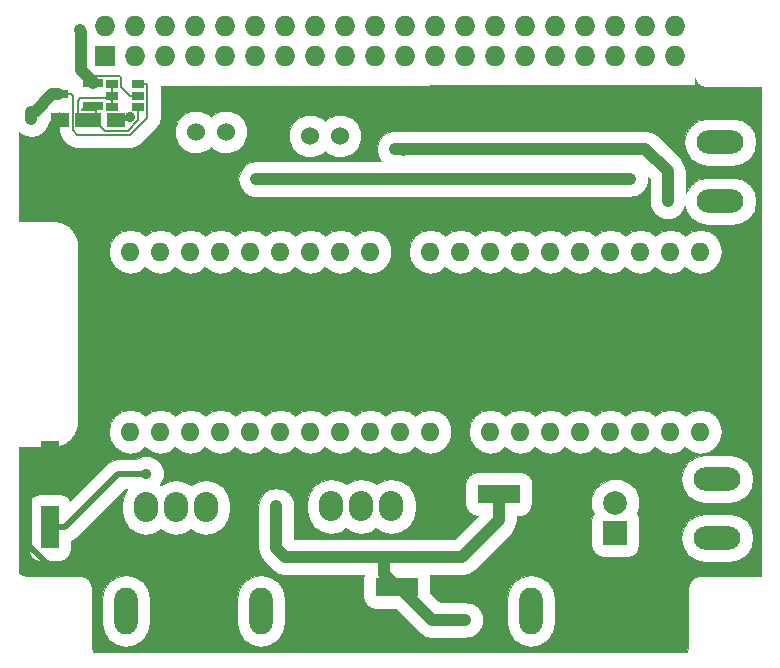
<source format=gbr>
G04 #@! TF.FileFunction,Copper,L1,Top,Signal*
%FSLAX46Y46*%
G04 Gerber Fmt 4.6, Leading zero omitted, Abs format (unit mm)*
G04 Created by KiCad (PCBNEW 4.0.2-stable) date Sat 04 Jun 2016 09:29:27 PM CEST*
%MOMM*%
G01*
G04 APERTURE LIST*
%ADD10C,0.100000*%
%ADD11R,1.600200X3.599180*%
%ADD12R,3.599180X1.600200*%
%ADD13R,2.000000X2.000000*%
%ADD14C,2.000000*%
%ADD15R,1.727200X1.727200*%
%ADD16O,1.727200X1.727200*%
%ADD17R,1.800860X0.800100*%
%ADD18R,1.500000X1.300000*%
%ADD19O,2.032000X2.540000*%
%ADD20O,1.600000X1.600000*%
%ADD21R,1.060000X0.650000*%
%ADD22C,1.524000*%
%ADD23O,1.981200X3.962400*%
%ADD24O,3.962400X1.981200*%
%ADD25C,0.889000*%
%ADD26C,0.200000*%
%ADD27C,1.000000*%
%ADD28C,0.500000*%
%ADD29C,0.800000*%
%ADD30C,0.050000*%
G04 APERTURE END LIST*
D10*
D11*
X108600000Y-115950820D03*
X108600000Y-110449180D03*
D12*
X137991180Y-121004000D03*
X143492820Y-121004000D03*
X146627180Y-113130000D03*
X152128820Y-113130000D03*
D13*
X156490000Y-116432000D03*
D14*
X156490000Y-113892000D03*
D15*
X113260000Y-76060000D03*
D16*
X113260000Y-73520000D03*
X115800000Y-76060000D03*
X115800000Y-73520000D03*
X118340000Y-76060000D03*
X118340000Y-73520000D03*
X120880000Y-76060000D03*
X120880000Y-73520000D03*
X123420000Y-76060000D03*
X123420000Y-73520000D03*
X125960000Y-76060000D03*
X125960000Y-73520000D03*
X128500000Y-76060000D03*
X128500000Y-73520000D03*
X131040000Y-76060000D03*
X131040000Y-73520000D03*
X133580000Y-76060000D03*
X133580000Y-73520000D03*
X136120000Y-76060000D03*
X136120000Y-73520000D03*
X138660000Y-76060000D03*
X138660000Y-73520000D03*
X141200000Y-76060000D03*
X141200000Y-73520000D03*
X143740000Y-76060000D03*
X143740000Y-73520000D03*
X146280000Y-76060000D03*
X146280000Y-73520000D03*
X148820000Y-76060000D03*
X148820000Y-73520000D03*
X151360000Y-76060000D03*
X151360000Y-73520000D03*
X153900000Y-76060000D03*
X153900000Y-73520000D03*
X156440000Y-76060000D03*
X156440000Y-73520000D03*
X158980000Y-76060000D03*
X158980000Y-73520000D03*
X161520000Y-76060000D03*
X161520000Y-73520000D03*
D17*
X112301140Y-80250000D03*
X112301140Y-78350000D03*
X109298860Y-79300000D03*
D18*
X111550000Y-81500000D03*
X114250000Y-81500000D03*
X112150000Y-81500000D03*
X109450000Y-81500000D03*
D19*
X119300000Y-114270000D03*
X116760000Y-114270000D03*
X121840000Y-114270000D03*
D20*
X115430000Y-107850000D03*
X117970000Y-107850000D03*
X120510000Y-107850000D03*
X123050000Y-107850000D03*
X125590000Y-107850000D03*
X128130000Y-107850000D03*
X130670000Y-107850000D03*
X133210000Y-107850000D03*
X135750000Y-107850000D03*
X138290000Y-107850000D03*
X140830000Y-107850000D03*
X143370000Y-107850000D03*
X145910000Y-107850000D03*
X148450000Y-107850000D03*
X150990000Y-107850000D03*
X153530000Y-107850000D03*
X156070000Y-107850000D03*
X158610000Y-107850000D03*
X161150000Y-107850000D03*
X163690000Y-107850000D03*
X163690000Y-92610000D03*
X161150000Y-92610000D03*
X158610000Y-92610000D03*
X156070000Y-92610000D03*
X153530000Y-92610000D03*
X150990000Y-92610000D03*
X148450000Y-92610000D03*
X145910000Y-92610000D03*
X143370000Y-92610000D03*
X140830000Y-92610000D03*
X138290000Y-92610000D03*
X135750000Y-92610000D03*
X133210000Y-92610000D03*
X130670000Y-92610000D03*
X128130000Y-92610000D03*
X125590000Y-92610000D03*
X123050000Y-92610000D03*
X120510000Y-92610000D03*
X117970000Y-92610000D03*
X115430000Y-92610000D03*
D19*
X135000000Y-114180000D03*
X132460000Y-114180000D03*
X137540000Y-114180000D03*
D21*
X113900000Y-78450000D03*
X113900000Y-79400000D03*
X113900000Y-80350000D03*
X116100000Y-80350000D03*
X116100000Y-78450000D03*
X116100000Y-79400000D03*
D22*
X130660000Y-82800000D03*
X128120000Y-82800000D03*
X133200000Y-82800000D03*
X120960000Y-82500000D03*
X118420000Y-82500000D03*
X123500000Y-82500000D03*
D23*
X149378000Y-123036000D03*
X154378000Y-123036000D03*
X126518000Y-123036000D03*
X131518000Y-123036000D03*
X115088000Y-123036000D03*
X120088000Y-123036000D03*
D24*
X165126000Y-111860000D03*
X165126000Y-116860000D03*
X165380000Y-88365000D03*
X165380000Y-83365000D03*
D25*
X115376902Y-81240914D03*
X108600000Y-110449180D03*
X111140000Y-73870000D03*
X116780000Y-111400000D03*
X143790000Y-123798000D03*
X127788000Y-114146000D03*
X107060000Y-81400000D03*
X160935000Y-88365000D03*
X137900000Y-83900000D03*
X126100000Y-86500000D03*
X157760000Y-86460000D03*
D26*
X114250000Y-81500000D02*
X115117816Y-81500000D01*
X115117816Y-81500000D02*
X115376902Y-81240914D01*
D27*
X152128820Y-113130000D02*
X153258820Y-113130000D01*
D28*
X108679488Y-119350000D02*
X118260000Y-119350000D01*
X118260000Y-119350000D02*
X118360000Y-119250000D01*
X106830000Y-110919080D02*
X106830000Y-117500512D01*
X106830000Y-117500512D02*
X108679488Y-119350000D01*
X108600000Y-110449180D02*
X107299900Y-110449180D01*
X107299900Y-110449180D02*
X106830000Y-110919080D01*
D29*
X108600000Y-111448670D02*
X108600000Y-110449180D01*
D27*
X112301140Y-78281140D02*
X111790000Y-77770000D01*
X111790000Y-77770000D02*
X111270000Y-77250000D01*
D26*
X116100000Y-79400000D02*
X115370000Y-79400000D01*
X115370000Y-79400000D02*
X114680001Y-78710001D01*
X114680001Y-78710001D02*
X114680001Y-77924999D01*
X114680001Y-77924999D02*
X114525002Y-77770000D01*
X114525002Y-77770000D02*
X111790000Y-77770000D01*
D27*
X111270000Y-77250000D02*
X111270000Y-74000000D01*
X111270000Y-74000000D02*
X111140000Y-73870000D01*
X112301140Y-78350000D02*
X112301140Y-78281140D01*
D28*
X114410920Y-111440000D02*
X116740000Y-111440000D01*
X116740000Y-111440000D02*
X116780000Y-111400000D01*
X108600000Y-115950820D02*
X109900100Y-115950820D01*
X109900100Y-115950820D02*
X114410920Y-111440000D01*
D27*
X108600000Y-115950820D02*
X108600000Y-116950310D01*
X137991180Y-121004000D02*
X138202000Y-121004000D01*
X138202000Y-121004000D02*
X140996000Y-123798000D01*
X140996000Y-123798000D02*
X143790000Y-123798000D01*
X136932000Y-118464000D02*
X136932000Y-119944820D01*
X136932000Y-119944820D02*
X137991180Y-121004000D01*
X146627180Y-115372820D02*
X146627180Y-113130000D01*
X143536000Y-118464000D02*
X146627180Y-115372820D01*
X128550000Y-118464000D02*
X136932000Y-118464000D01*
X136932000Y-118464000D02*
X143536000Y-118464000D01*
X127788000Y-117702000D02*
X128550000Y-118464000D01*
X127788000Y-114146000D02*
X127788000Y-117702000D01*
D26*
X109298860Y-79300000D02*
X110399290Y-79300000D01*
X110399290Y-79300000D02*
X110549999Y-79450709D01*
X110549999Y-82350001D02*
X110950009Y-82750011D01*
X110549999Y-79450709D02*
X110549999Y-82350001D01*
X110950009Y-82750011D02*
X115404977Y-82750011D01*
X116830000Y-78450000D02*
X116100000Y-78450000D01*
X115404977Y-82750011D02*
X116880001Y-81274987D01*
X116880001Y-81274987D02*
X116880001Y-78500001D01*
X116880001Y-78500001D02*
X116830000Y-78450000D01*
D27*
X107060000Y-80771383D02*
X107327097Y-80771383D01*
X107327097Y-80771383D02*
X108798480Y-79300000D01*
X108798480Y-79300000D02*
X109298860Y-79300000D01*
X107060000Y-81400000D02*
X107060000Y-80771383D01*
X146488820Y-113268360D02*
X146627180Y-113130000D01*
D26*
X116100000Y-80350000D02*
X116100000Y-81500002D01*
X115200001Y-82400001D02*
X113299999Y-82400001D01*
X116100000Y-81500002D02*
X115200001Y-82400001D01*
X113299999Y-82400001D02*
X112550001Y-81650003D01*
X112550001Y-81650003D02*
X112550001Y-80649999D01*
X112550001Y-80649999D02*
X112500001Y-80599999D01*
X112500001Y-80599999D02*
X111320001Y-80599999D01*
X111320001Y-80599999D02*
X111670000Y-80250000D01*
X111670000Y-80250000D02*
X112301140Y-80250000D01*
X113900000Y-80350000D02*
X113900000Y-79825000D01*
X113900000Y-79825000D02*
X113674949Y-79599949D01*
X113674949Y-79599949D02*
X111200709Y-79599949D01*
X111200709Y-79599949D02*
X110969991Y-79830667D01*
X110969991Y-79830667D02*
X110969991Y-80919991D01*
X110969991Y-80919991D02*
X111149999Y-81099999D01*
X111149999Y-81099999D02*
X111149999Y-81500000D01*
X113900000Y-79400000D02*
X113900000Y-80350000D01*
X113900000Y-78450000D02*
X113900000Y-79400000D01*
D27*
X156490000Y-83920000D02*
X159030000Y-83920000D01*
X138500000Y-83920000D02*
X156490000Y-83920000D01*
X160935000Y-85825000D02*
X160935000Y-88365000D01*
X159030000Y-83920000D02*
X160935000Y-85825000D01*
X138500000Y-84000000D02*
X138500000Y-83920000D01*
X138420000Y-83920000D02*
X138500000Y-84000000D01*
X137920000Y-83920000D02*
X138420000Y-83920000D01*
X137900000Y-83900000D02*
X137920000Y-83920000D01*
X138500000Y-83920000D02*
X137800000Y-83920000D01*
X126100000Y-86500000D02*
X126140000Y-86460000D01*
X126140000Y-86460000D02*
X129100000Y-86460000D01*
X129100000Y-86460000D02*
X157760000Y-86460000D01*
D30*
G36*
X163221600Y-78007560D02*
X163225333Y-78016572D01*
X163442106Y-78340996D01*
X163449004Y-78347894D01*
X163773428Y-78564667D01*
X163782440Y-78568400D01*
X164165123Y-78644520D01*
X164170000Y-78645000D01*
X168667536Y-78645000D01*
X168845000Y-78680300D01*
X168845000Y-120059700D01*
X168667536Y-120095000D01*
X163670000Y-120095000D01*
X163665123Y-120095480D01*
X163282440Y-120171600D01*
X163273428Y-120175333D01*
X162949004Y-120392106D01*
X162942106Y-120399004D01*
X162725333Y-120723428D01*
X162721600Y-120732440D01*
X162645480Y-121115123D01*
X162645000Y-121120000D01*
X162645000Y-126117536D01*
X162570330Y-126492929D01*
X162568946Y-126495000D01*
X112271054Y-126495000D01*
X112269670Y-126492929D01*
X112195000Y-126117536D01*
X112195000Y-121986505D01*
X113072400Y-121986505D01*
X113072400Y-124085495D01*
X113225828Y-124856832D01*
X113662756Y-125510739D01*
X114316663Y-125947667D01*
X115088000Y-126101095D01*
X115859337Y-125947667D01*
X116513244Y-125510739D01*
X116950172Y-124856832D01*
X117103600Y-124085495D01*
X117103600Y-121986505D01*
X124502400Y-121986505D01*
X124502400Y-124085495D01*
X124655828Y-124856832D01*
X125092756Y-125510739D01*
X125746663Y-125947667D01*
X126518000Y-126101095D01*
X127289337Y-125947667D01*
X127943244Y-125510739D01*
X128380172Y-124856832D01*
X128533600Y-124085495D01*
X128533600Y-121986505D01*
X128380172Y-121215168D01*
X127943244Y-120561261D01*
X127289337Y-120124333D01*
X126518000Y-119970905D01*
X125746663Y-120124333D01*
X125092756Y-120561261D01*
X124655828Y-121215168D01*
X124502400Y-121986505D01*
X117103600Y-121986505D01*
X116950172Y-121215168D01*
X116513244Y-120561261D01*
X115859337Y-120124333D01*
X115088000Y-119970905D01*
X114316663Y-120124333D01*
X113662756Y-120561261D01*
X113225828Y-121215168D01*
X113072400Y-121986505D01*
X112195000Y-121986505D01*
X112195000Y-121120000D01*
X112194520Y-121115123D01*
X112118400Y-120732440D01*
X112114667Y-120723428D01*
X111897894Y-120399004D01*
X111890996Y-120392106D01*
X111566572Y-120175333D01*
X111557560Y-120171600D01*
X111174877Y-120095480D01*
X111170000Y-120095000D01*
X106672464Y-120095000D01*
X106297071Y-120020330D01*
X105995000Y-119818493D01*
X105995000Y-114151230D01*
X106754820Y-114151230D01*
X106754820Y-117750410D01*
X106826292Y-118130252D01*
X107050779Y-118479114D01*
X107393305Y-118713152D01*
X107799900Y-118795490D01*
X109400100Y-118795490D01*
X109779942Y-118724018D01*
X110128804Y-118499531D01*
X110362842Y-118157005D01*
X110445180Y-117750410D01*
X110445180Y-117090574D01*
X110801661Y-116852381D01*
X114939042Y-112715000D01*
X115191734Y-112715000D01*
X114874362Y-113189981D01*
X114719000Y-113971038D01*
X114719000Y-114568962D01*
X114874362Y-115350019D01*
X115316795Y-116012167D01*
X115978943Y-116454600D01*
X116760000Y-116609962D01*
X117541057Y-116454600D01*
X118030000Y-116127899D01*
X118518943Y-116454600D01*
X119300000Y-116609962D01*
X120081057Y-116454600D01*
X120570000Y-116127899D01*
X121058943Y-116454600D01*
X121840000Y-116609962D01*
X122621057Y-116454600D01*
X123283205Y-116012167D01*
X123725638Y-115350019D01*
X123881000Y-114568962D01*
X123881000Y-114146000D01*
X126263000Y-114146000D01*
X126263000Y-117702000D01*
X126379084Y-118285592D01*
X126709662Y-118780338D01*
X127471662Y-119542338D01*
X127966408Y-119872916D01*
X128550000Y-119989000D01*
X135190029Y-119989000D01*
X135146510Y-120203900D01*
X135146510Y-121804100D01*
X135217982Y-122183942D01*
X135442469Y-122532804D01*
X135784995Y-122766842D01*
X136191590Y-122849180D01*
X137890504Y-122849180D01*
X139917662Y-124876338D01*
X140412408Y-125206916D01*
X140996000Y-125323000D01*
X143790000Y-125323000D01*
X144067798Y-125267742D01*
X144081019Y-125267754D01*
X144093346Y-125262661D01*
X144373592Y-125206916D01*
X144609096Y-125049558D01*
X144621317Y-125044508D01*
X144630758Y-125035084D01*
X144868338Y-124876338D01*
X145025696Y-124640835D01*
X145035055Y-124631492D01*
X145040171Y-124619171D01*
X145198916Y-124381592D01*
X145254173Y-124103796D01*
X145259244Y-124091584D01*
X145259256Y-124078245D01*
X145315000Y-123798000D01*
X145259742Y-123520202D01*
X145259754Y-123506981D01*
X145254661Y-123494654D01*
X145198916Y-123214408D01*
X145041558Y-122978904D01*
X145036508Y-122966683D01*
X145027084Y-122957242D01*
X144868338Y-122719662D01*
X144632835Y-122562304D01*
X144623492Y-122552945D01*
X144611171Y-122547829D01*
X144373592Y-122389084D01*
X144095796Y-122333827D01*
X144083584Y-122328756D01*
X144070245Y-122328744D01*
X143790000Y-122273000D01*
X141627676Y-122273000D01*
X141341181Y-121986505D01*
X147362400Y-121986505D01*
X147362400Y-124085495D01*
X147515828Y-124856832D01*
X147952756Y-125510739D01*
X148606663Y-125947667D01*
X149378000Y-126101095D01*
X150149337Y-125947667D01*
X150803244Y-125510739D01*
X151240172Y-124856832D01*
X151393600Y-124085495D01*
X151393600Y-121986505D01*
X151240172Y-121215168D01*
X150803244Y-120561261D01*
X150149337Y-120124333D01*
X149378000Y-119970905D01*
X148606663Y-120124333D01*
X147952756Y-120561261D01*
X147515828Y-121215168D01*
X147362400Y-121986505D01*
X141341181Y-121986505D01*
X140835850Y-121481174D01*
X140835850Y-120203900D01*
X140795414Y-119989000D01*
X143536000Y-119989000D01*
X144119592Y-119872916D01*
X144614338Y-119542338D01*
X147705518Y-116451158D01*
X148036096Y-115956412D01*
X148140408Y-115432000D01*
X154444920Y-115432000D01*
X154444920Y-117432000D01*
X154516392Y-117811842D01*
X154740879Y-118160704D01*
X155083405Y-118394742D01*
X155490000Y-118477080D01*
X157490000Y-118477080D01*
X157869842Y-118405608D01*
X158218704Y-118181121D01*
X158452742Y-117838595D01*
X158535080Y-117432000D01*
X158535080Y-116860000D01*
X162060905Y-116860000D01*
X162214333Y-117631337D01*
X162651261Y-118285244D01*
X163305168Y-118722172D01*
X164076505Y-118875600D01*
X166175495Y-118875600D01*
X166946832Y-118722172D01*
X167600739Y-118285244D01*
X168037667Y-117631337D01*
X168191095Y-116860000D01*
X168037667Y-116088663D01*
X167600739Y-115434756D01*
X166946832Y-114997828D01*
X166175495Y-114844400D01*
X164076505Y-114844400D01*
X163305168Y-114997828D01*
X162651261Y-115434756D01*
X162214333Y-116088663D01*
X162060905Y-116860000D01*
X158535080Y-116860000D01*
X158535080Y-115432000D01*
X158463608Y-115052158D01*
X158303934Y-114804018D01*
X158514648Y-114296565D01*
X158515351Y-113490970D01*
X158207712Y-112746428D01*
X157638568Y-112176290D01*
X156894565Y-111867352D01*
X156088970Y-111866649D01*
X155344428Y-112174288D01*
X154774290Y-112743432D01*
X154465352Y-113487435D01*
X154464649Y-114293030D01*
X154676818Y-114806517D01*
X154527258Y-115025405D01*
X154444920Y-115432000D01*
X148140408Y-115432000D01*
X148152180Y-115372820D01*
X148152180Y-114975180D01*
X148426770Y-114975180D01*
X148806612Y-114903708D01*
X149155474Y-114679221D01*
X149389512Y-114336695D01*
X149471850Y-113930100D01*
X149471850Y-112329900D01*
X149400378Y-111950058D01*
X149342428Y-111860000D01*
X162060905Y-111860000D01*
X162214333Y-112631337D01*
X162651261Y-113285244D01*
X163305168Y-113722172D01*
X164076505Y-113875600D01*
X166175495Y-113875600D01*
X166946832Y-113722172D01*
X167600739Y-113285244D01*
X168037667Y-112631337D01*
X168191095Y-111860000D01*
X168037667Y-111088663D01*
X167600739Y-110434756D01*
X166946832Y-109997828D01*
X166175495Y-109844400D01*
X164076505Y-109844400D01*
X163305168Y-109997828D01*
X162651261Y-110434756D01*
X162214333Y-111088663D01*
X162060905Y-111860000D01*
X149342428Y-111860000D01*
X149175891Y-111601196D01*
X148833365Y-111367158D01*
X148426770Y-111284820D01*
X144827590Y-111284820D01*
X144447748Y-111356292D01*
X144098886Y-111580779D01*
X143864848Y-111923305D01*
X143782510Y-112329900D01*
X143782510Y-113930100D01*
X143853982Y-114309942D01*
X144078469Y-114658804D01*
X144420995Y-114892842D01*
X144827590Y-114975180D01*
X144868144Y-114975180D01*
X142904324Y-116939000D01*
X129313000Y-116939000D01*
X129313000Y-114146000D01*
X129260296Y-113881038D01*
X130419000Y-113881038D01*
X130419000Y-114478962D01*
X130574362Y-115260019D01*
X131016795Y-115922167D01*
X131678943Y-116364600D01*
X132460000Y-116519962D01*
X133241057Y-116364600D01*
X133730000Y-116037899D01*
X134218943Y-116364600D01*
X135000000Y-116519962D01*
X135781057Y-116364600D01*
X136270000Y-116037899D01*
X136758943Y-116364600D01*
X137540000Y-116519962D01*
X138321057Y-116364600D01*
X138983205Y-115922167D01*
X139425638Y-115260019D01*
X139581000Y-114478962D01*
X139581000Y-113881038D01*
X139425638Y-113099981D01*
X138983205Y-112437833D01*
X138321057Y-111995400D01*
X137540000Y-111840038D01*
X136758943Y-111995400D01*
X136270000Y-112322101D01*
X135781057Y-111995400D01*
X135000000Y-111840038D01*
X134218943Y-111995400D01*
X133730000Y-112322101D01*
X133241057Y-111995400D01*
X132460000Y-111840038D01*
X131678943Y-111995400D01*
X131016795Y-112437833D01*
X130574362Y-113099981D01*
X130419000Y-113881038D01*
X129260296Y-113881038D01*
X129257742Y-113868202D01*
X129257754Y-113854981D01*
X129252661Y-113842654D01*
X129196916Y-113562408D01*
X129039558Y-113326904D01*
X129034508Y-113314683D01*
X129025084Y-113305242D01*
X128866338Y-113067662D01*
X128630835Y-112910304D01*
X128621492Y-112900945D01*
X128609171Y-112895829D01*
X128371592Y-112737084D01*
X128093796Y-112681827D01*
X128081584Y-112676756D01*
X128068245Y-112676744D01*
X127788000Y-112621000D01*
X127510202Y-112676258D01*
X127496981Y-112676246D01*
X127484654Y-112681339D01*
X127204408Y-112737084D01*
X126968904Y-112894442D01*
X126956683Y-112899492D01*
X126947242Y-112908916D01*
X126709662Y-113067662D01*
X126552304Y-113303165D01*
X126542945Y-113312508D01*
X126537829Y-113324829D01*
X126379084Y-113562408D01*
X126323827Y-113840204D01*
X126318756Y-113852416D01*
X126318744Y-113865755D01*
X126263000Y-114146000D01*
X123881000Y-114146000D01*
X123881000Y-113971038D01*
X123725638Y-113189981D01*
X123283205Y-112527833D01*
X122621057Y-112085400D01*
X121840000Y-111930038D01*
X121058943Y-112085400D01*
X120570000Y-112412101D01*
X120081057Y-112085400D01*
X119300000Y-111930038D01*
X118518943Y-112085400D01*
X118030000Y-112412101D01*
X117919857Y-112338506D01*
X118025055Y-112233492D01*
X118249244Y-111693584D01*
X118249754Y-111108981D01*
X118026508Y-110568683D01*
X117613492Y-110154945D01*
X117073584Y-109930756D01*
X116488981Y-109930246D01*
X115948683Y-110153492D01*
X115937155Y-110165000D01*
X114410920Y-110165000D01*
X113922999Y-110262054D01*
X113509359Y-110538439D01*
X110335612Y-113712186D01*
X110149221Y-113422526D01*
X109806695Y-113188488D01*
X109400100Y-113106150D01*
X107799900Y-113106150D01*
X107420058Y-113177622D01*
X107071196Y-113402109D01*
X106837158Y-113744635D01*
X106754820Y-114151230D01*
X105995000Y-114151230D01*
X105995000Y-109175876D01*
X106000123Y-109150123D01*
X106025876Y-109145000D01*
X108920000Y-109145000D01*
X109023844Y-109124344D01*
X109129721Y-109124344D01*
X109512404Y-109048224D01*
X109899921Y-108887710D01*
X110224342Y-108670938D01*
X110224345Y-108670937D01*
X110520937Y-108374345D01*
X110737710Y-108049921D01*
X110835329Y-107814246D01*
X113605000Y-107814246D01*
X113605000Y-107885754D01*
X113743920Y-108584151D01*
X114139530Y-109176224D01*
X114731603Y-109571834D01*
X115430000Y-109710754D01*
X116128397Y-109571834D01*
X116700000Y-109189902D01*
X117271603Y-109571834D01*
X117970000Y-109710754D01*
X118668397Y-109571834D01*
X119240000Y-109189902D01*
X119811603Y-109571834D01*
X120510000Y-109710754D01*
X121208397Y-109571834D01*
X121780000Y-109189902D01*
X122351603Y-109571834D01*
X123050000Y-109710754D01*
X123748397Y-109571834D01*
X124320000Y-109189902D01*
X124891603Y-109571834D01*
X125590000Y-109710754D01*
X126288397Y-109571834D01*
X126860000Y-109189902D01*
X127431603Y-109571834D01*
X128130000Y-109710754D01*
X128828397Y-109571834D01*
X129400000Y-109189902D01*
X129971603Y-109571834D01*
X130670000Y-109710754D01*
X131368397Y-109571834D01*
X131940000Y-109189902D01*
X132511603Y-109571834D01*
X133210000Y-109710754D01*
X133908397Y-109571834D01*
X134480000Y-109189902D01*
X135051603Y-109571834D01*
X135750000Y-109710754D01*
X136448397Y-109571834D01*
X137020000Y-109189902D01*
X137591603Y-109571834D01*
X138290000Y-109710754D01*
X138988397Y-109571834D01*
X139560000Y-109189902D01*
X140131603Y-109571834D01*
X140830000Y-109710754D01*
X141528397Y-109571834D01*
X142120470Y-109176224D01*
X142516080Y-108584151D01*
X142655000Y-107885754D01*
X142655000Y-107814246D01*
X144085000Y-107814246D01*
X144085000Y-107885754D01*
X144223920Y-108584151D01*
X144619530Y-109176224D01*
X145211603Y-109571834D01*
X145910000Y-109710754D01*
X146608397Y-109571834D01*
X147180000Y-109189902D01*
X147751603Y-109571834D01*
X148450000Y-109710754D01*
X149148397Y-109571834D01*
X149720000Y-109189902D01*
X150291603Y-109571834D01*
X150990000Y-109710754D01*
X151688397Y-109571834D01*
X152260000Y-109189902D01*
X152831603Y-109571834D01*
X153530000Y-109710754D01*
X154228397Y-109571834D01*
X154800000Y-109189902D01*
X155371603Y-109571834D01*
X156070000Y-109710754D01*
X156768397Y-109571834D01*
X157340000Y-109189902D01*
X157911603Y-109571834D01*
X158610000Y-109710754D01*
X159308397Y-109571834D01*
X159880000Y-109189902D01*
X160451603Y-109571834D01*
X161150000Y-109710754D01*
X161848397Y-109571834D01*
X162420000Y-109189902D01*
X162991603Y-109571834D01*
X163690000Y-109710754D01*
X164388397Y-109571834D01*
X164980470Y-109176224D01*
X165376080Y-108584151D01*
X165515000Y-107885754D01*
X165515000Y-107814246D01*
X165376080Y-107115849D01*
X164980470Y-106523776D01*
X164388397Y-106128166D01*
X163690000Y-105989246D01*
X162991603Y-106128166D01*
X162420000Y-106510098D01*
X161848397Y-106128166D01*
X161150000Y-105989246D01*
X160451603Y-106128166D01*
X159880000Y-106510098D01*
X159308397Y-106128166D01*
X158610000Y-105989246D01*
X157911603Y-106128166D01*
X157340000Y-106510098D01*
X156768397Y-106128166D01*
X156070000Y-105989246D01*
X155371603Y-106128166D01*
X154800000Y-106510098D01*
X154228397Y-106128166D01*
X153530000Y-105989246D01*
X152831603Y-106128166D01*
X152260000Y-106510098D01*
X151688397Y-106128166D01*
X150990000Y-105989246D01*
X150291603Y-106128166D01*
X149720000Y-106510098D01*
X149148397Y-106128166D01*
X148450000Y-105989246D01*
X147751603Y-106128166D01*
X147180000Y-106510098D01*
X146608397Y-106128166D01*
X145910000Y-105989246D01*
X145211603Y-106128166D01*
X144619530Y-106523776D01*
X144223920Y-107115849D01*
X144085000Y-107814246D01*
X142655000Y-107814246D01*
X142516080Y-107115849D01*
X142120470Y-106523776D01*
X141528397Y-106128166D01*
X140830000Y-105989246D01*
X140131603Y-106128166D01*
X139560000Y-106510098D01*
X138988397Y-106128166D01*
X138290000Y-105989246D01*
X137591603Y-106128166D01*
X137020000Y-106510098D01*
X136448397Y-106128166D01*
X135750000Y-105989246D01*
X135051603Y-106128166D01*
X134480000Y-106510098D01*
X133908397Y-106128166D01*
X133210000Y-105989246D01*
X132511603Y-106128166D01*
X131940000Y-106510098D01*
X131368397Y-106128166D01*
X130670000Y-105989246D01*
X129971603Y-106128166D01*
X129400000Y-106510098D01*
X128828397Y-106128166D01*
X128130000Y-105989246D01*
X127431603Y-106128166D01*
X126860000Y-106510098D01*
X126288397Y-106128166D01*
X125590000Y-105989246D01*
X124891603Y-106128166D01*
X124320000Y-106510098D01*
X123748397Y-106128166D01*
X123050000Y-105989246D01*
X122351603Y-106128166D01*
X121780000Y-106510098D01*
X121208397Y-106128166D01*
X120510000Y-105989246D01*
X119811603Y-106128166D01*
X119240000Y-106510098D01*
X118668397Y-106128166D01*
X117970000Y-105989246D01*
X117271603Y-106128166D01*
X116700000Y-106510098D01*
X116128397Y-106128166D01*
X115430000Y-105989246D01*
X114731603Y-106128166D01*
X114139530Y-106523776D01*
X113743920Y-107115849D01*
X113605000Y-107814246D01*
X110835329Y-107814246D01*
X110898224Y-107662404D01*
X110974344Y-107279721D01*
X110974344Y-107173844D01*
X110995000Y-107070000D01*
X110995000Y-92574246D01*
X113605000Y-92574246D01*
X113605000Y-92645754D01*
X113743920Y-93344151D01*
X114139530Y-93936224D01*
X114731603Y-94331834D01*
X115430000Y-94470754D01*
X116128397Y-94331834D01*
X116700000Y-93949902D01*
X117271603Y-94331834D01*
X117970000Y-94470754D01*
X118668397Y-94331834D01*
X119240000Y-93949902D01*
X119811603Y-94331834D01*
X120510000Y-94470754D01*
X121208397Y-94331834D01*
X121780000Y-93949902D01*
X122351603Y-94331834D01*
X123050000Y-94470754D01*
X123748397Y-94331834D01*
X124320000Y-93949902D01*
X124891603Y-94331834D01*
X125590000Y-94470754D01*
X126288397Y-94331834D01*
X126860000Y-93949902D01*
X127431603Y-94331834D01*
X128130000Y-94470754D01*
X128828397Y-94331834D01*
X129400000Y-93949902D01*
X129971603Y-94331834D01*
X130670000Y-94470754D01*
X131368397Y-94331834D01*
X131940000Y-93949902D01*
X132511603Y-94331834D01*
X133210000Y-94470754D01*
X133908397Y-94331834D01*
X134480000Y-93949902D01*
X135051603Y-94331834D01*
X135750000Y-94470754D01*
X136448397Y-94331834D01*
X137040470Y-93936224D01*
X137436080Y-93344151D01*
X137575000Y-92645754D01*
X137575000Y-92574246D01*
X139005000Y-92574246D01*
X139005000Y-92645754D01*
X139143920Y-93344151D01*
X139539530Y-93936224D01*
X140131603Y-94331834D01*
X140830000Y-94470754D01*
X141528397Y-94331834D01*
X142100000Y-93949902D01*
X142671603Y-94331834D01*
X143370000Y-94470754D01*
X144068397Y-94331834D01*
X144640000Y-93949902D01*
X145211603Y-94331834D01*
X145910000Y-94470754D01*
X146608397Y-94331834D01*
X147180000Y-93949902D01*
X147751603Y-94331834D01*
X148450000Y-94470754D01*
X149148397Y-94331834D01*
X149720000Y-93949902D01*
X150291603Y-94331834D01*
X150990000Y-94470754D01*
X151688397Y-94331834D01*
X152260000Y-93949902D01*
X152831603Y-94331834D01*
X153530000Y-94470754D01*
X154228397Y-94331834D01*
X154800000Y-93949902D01*
X155371603Y-94331834D01*
X156070000Y-94470754D01*
X156768397Y-94331834D01*
X157340000Y-93949902D01*
X157911603Y-94331834D01*
X158610000Y-94470754D01*
X159308397Y-94331834D01*
X159880000Y-93949902D01*
X160451603Y-94331834D01*
X161150000Y-94470754D01*
X161848397Y-94331834D01*
X162420000Y-93949902D01*
X162991603Y-94331834D01*
X163690000Y-94470754D01*
X164388397Y-94331834D01*
X164980470Y-93936224D01*
X165376080Y-93344151D01*
X165515000Y-92645754D01*
X165515000Y-92574246D01*
X165376080Y-91875849D01*
X164980470Y-91283776D01*
X164388397Y-90888166D01*
X163690000Y-90749246D01*
X162991603Y-90888166D01*
X162420000Y-91270098D01*
X161848397Y-90888166D01*
X161150000Y-90749246D01*
X160451603Y-90888166D01*
X159880000Y-91270098D01*
X159308397Y-90888166D01*
X158610000Y-90749246D01*
X157911603Y-90888166D01*
X157340000Y-91270098D01*
X156768397Y-90888166D01*
X156070000Y-90749246D01*
X155371603Y-90888166D01*
X154800000Y-91270098D01*
X154228397Y-90888166D01*
X153530000Y-90749246D01*
X152831603Y-90888166D01*
X152260000Y-91270098D01*
X151688397Y-90888166D01*
X150990000Y-90749246D01*
X150291603Y-90888166D01*
X149720000Y-91270098D01*
X149148397Y-90888166D01*
X148450000Y-90749246D01*
X147751603Y-90888166D01*
X147180000Y-91270098D01*
X146608397Y-90888166D01*
X145910000Y-90749246D01*
X145211603Y-90888166D01*
X144640000Y-91270098D01*
X144068397Y-90888166D01*
X143370000Y-90749246D01*
X142671603Y-90888166D01*
X142100000Y-91270098D01*
X141528397Y-90888166D01*
X140830000Y-90749246D01*
X140131603Y-90888166D01*
X139539530Y-91283776D01*
X139143920Y-91875849D01*
X139005000Y-92574246D01*
X137575000Y-92574246D01*
X137436080Y-91875849D01*
X137040470Y-91283776D01*
X136448397Y-90888166D01*
X135750000Y-90749246D01*
X135051603Y-90888166D01*
X134480000Y-91270098D01*
X133908397Y-90888166D01*
X133210000Y-90749246D01*
X132511603Y-90888166D01*
X131940000Y-91270098D01*
X131368397Y-90888166D01*
X130670000Y-90749246D01*
X129971603Y-90888166D01*
X129400000Y-91270098D01*
X128828397Y-90888166D01*
X128130000Y-90749246D01*
X127431603Y-90888166D01*
X126860000Y-91270098D01*
X126288397Y-90888166D01*
X125590000Y-90749246D01*
X124891603Y-90888166D01*
X124320000Y-91270098D01*
X123748397Y-90888166D01*
X123050000Y-90749246D01*
X122351603Y-90888166D01*
X121780000Y-91270098D01*
X121208397Y-90888166D01*
X120510000Y-90749246D01*
X119811603Y-90888166D01*
X119240000Y-91270098D01*
X118668397Y-90888166D01*
X117970000Y-90749246D01*
X117271603Y-90888166D01*
X116700000Y-91270098D01*
X116128397Y-90888166D01*
X115430000Y-90749246D01*
X114731603Y-90888166D01*
X114139530Y-91283776D01*
X113743920Y-91875849D01*
X113605000Y-92574246D01*
X110995000Y-92574246D01*
X110995000Y-92070000D01*
X110974344Y-91966156D01*
X110974344Y-91860279D01*
X110898224Y-91477596D01*
X110855456Y-91374344D01*
X110737710Y-91090079D01*
X110520937Y-90765655D01*
X110224345Y-90469063D01*
X110224342Y-90469062D01*
X109899921Y-90252290D01*
X109512404Y-90091776D01*
X109129721Y-90015656D01*
X109023844Y-90015656D01*
X108920000Y-89995000D01*
X106025876Y-89995000D01*
X106000123Y-89989877D01*
X105995000Y-89964124D01*
X105995000Y-86500000D01*
X124575000Y-86500000D01*
X124630258Y-86777798D01*
X124630246Y-86791019D01*
X124635339Y-86803346D01*
X124691084Y-87083592D01*
X124848442Y-87319096D01*
X124853492Y-87331317D01*
X124862916Y-87340758D01*
X125021662Y-87578338D01*
X125257165Y-87735696D01*
X125266508Y-87745055D01*
X125278829Y-87750171D01*
X125516408Y-87908916D01*
X125794204Y-87964173D01*
X125806416Y-87969244D01*
X125819755Y-87969256D01*
X126100000Y-88025000D01*
X126301093Y-87985000D01*
X157760000Y-87985000D01*
X158037798Y-87929742D01*
X158051019Y-87929754D01*
X158063346Y-87924661D01*
X158343592Y-87868916D01*
X158579096Y-87711558D01*
X158591317Y-87706508D01*
X158600758Y-87697084D01*
X158838338Y-87538338D01*
X158995696Y-87302835D01*
X159005055Y-87293492D01*
X159010171Y-87281171D01*
X159168916Y-87043592D01*
X159224173Y-86765796D01*
X159229244Y-86753584D01*
X159229256Y-86740245D01*
X159285000Y-86460000D01*
X159253137Y-86299813D01*
X159410000Y-86456676D01*
X159410000Y-88365000D01*
X159465258Y-88642798D01*
X159465246Y-88656019D01*
X159470339Y-88668346D01*
X159526084Y-88948592D01*
X159683442Y-89184096D01*
X159688492Y-89196317D01*
X159697916Y-89205758D01*
X159856662Y-89443338D01*
X160092165Y-89600696D01*
X160101508Y-89610055D01*
X160113829Y-89615171D01*
X160351408Y-89773916D01*
X160629204Y-89829173D01*
X160641416Y-89834244D01*
X160654755Y-89834256D01*
X160935000Y-89890000D01*
X161212798Y-89834742D01*
X161226019Y-89834754D01*
X161238346Y-89829661D01*
X161518592Y-89773916D01*
X161754096Y-89616558D01*
X161766317Y-89611508D01*
X161775758Y-89602084D01*
X162013338Y-89443338D01*
X162170696Y-89207835D01*
X162180055Y-89198492D01*
X162185171Y-89186171D01*
X162343916Y-88948592D01*
X162387452Y-88729721D01*
X162468333Y-89136337D01*
X162905261Y-89790244D01*
X163559168Y-90227172D01*
X164330505Y-90380600D01*
X166429495Y-90380600D01*
X167200832Y-90227172D01*
X167854739Y-89790244D01*
X168291667Y-89136337D01*
X168445095Y-88365000D01*
X168291667Y-87593663D01*
X167854739Y-86939756D01*
X167200832Y-86502828D01*
X166429495Y-86349400D01*
X164330505Y-86349400D01*
X163559168Y-86502828D01*
X162905261Y-86939756D01*
X162468333Y-87593663D01*
X162460000Y-87635556D01*
X162460000Y-85825000D01*
X162343916Y-85241408D01*
X162013338Y-84746662D01*
X160631676Y-83365000D01*
X162314905Y-83365000D01*
X162468333Y-84136337D01*
X162905261Y-84790244D01*
X163559168Y-85227172D01*
X164330505Y-85380600D01*
X166429495Y-85380600D01*
X167200832Y-85227172D01*
X167854739Y-84790244D01*
X168291667Y-84136337D01*
X168445095Y-83365000D01*
X168291667Y-82593663D01*
X167854739Y-81939756D01*
X167200832Y-81502828D01*
X166429495Y-81349400D01*
X164330505Y-81349400D01*
X163559168Y-81502828D01*
X162905261Y-81939756D01*
X162468333Y-82593663D01*
X162314905Y-83365000D01*
X160631676Y-83365000D01*
X160108338Y-82841662D01*
X159613592Y-82511084D01*
X159030000Y-82395000D01*
X138000547Y-82395000D01*
X137900000Y-82375000D01*
X137622202Y-82430258D01*
X137608981Y-82430246D01*
X137596654Y-82435339D01*
X137316408Y-82491084D01*
X137316176Y-82491239D01*
X137216408Y-82511084D01*
X136721662Y-82841662D01*
X136391084Y-83336408D01*
X136275000Y-83920000D01*
X136391084Y-84503592D01*
X136679341Y-84935000D01*
X126140005Y-84935000D01*
X126140000Y-84934999D01*
X125556408Y-85051084D01*
X125061662Y-85381662D01*
X125021662Y-85421662D01*
X124864304Y-85657165D01*
X124854945Y-85666508D01*
X124849829Y-85678829D01*
X124691084Y-85916408D01*
X124635827Y-86194204D01*
X124630756Y-86206416D01*
X124630744Y-86219755D01*
X124575000Y-86500000D01*
X105995000Y-86500000D01*
X105995000Y-82487250D01*
X106217165Y-82635696D01*
X106226508Y-82645055D01*
X106238829Y-82650171D01*
X106476408Y-82808916D01*
X106754204Y-82864173D01*
X106766416Y-82869244D01*
X106779755Y-82869256D01*
X107060000Y-82925000D01*
X107337798Y-82869742D01*
X107351019Y-82869754D01*
X107363346Y-82864661D01*
X107643592Y-82808916D01*
X107879096Y-82651558D01*
X107891317Y-82646508D01*
X107900758Y-82637084D01*
X108138338Y-82478338D01*
X108295696Y-82242835D01*
X108305055Y-82233492D01*
X108310171Y-82221171D01*
X108468916Y-81983592D01*
X108517919Y-81737237D01*
X109424999Y-80830157D01*
X109424999Y-82350001D01*
X109510635Y-82780520D01*
X109739879Y-83123608D01*
X109754504Y-83145496D01*
X110154514Y-83545506D01*
X110519491Y-83789376D01*
X110950009Y-83875011D01*
X115404977Y-83875011D01*
X115835496Y-83789375D01*
X116200472Y-83545506D01*
X116892081Y-82853897D01*
X119172691Y-82853897D01*
X119444172Y-83510932D01*
X119946424Y-84014061D01*
X120602984Y-84286689D01*
X121313897Y-84287309D01*
X121970932Y-84015828D01*
X122230011Y-83757200D01*
X122486424Y-84014061D01*
X123142984Y-84286689D01*
X123853897Y-84287309D01*
X124510932Y-84015828D01*
X125014061Y-83513576D01*
X125163413Y-83153897D01*
X128872691Y-83153897D01*
X129144172Y-83810932D01*
X129646424Y-84314061D01*
X130302984Y-84586689D01*
X131013897Y-84587309D01*
X131670932Y-84315828D01*
X131930011Y-84057200D01*
X132186424Y-84314061D01*
X132842984Y-84586689D01*
X133553897Y-84587309D01*
X134210932Y-84315828D01*
X134714061Y-83813576D01*
X134986689Y-83157016D01*
X134987309Y-82446103D01*
X134715828Y-81789068D01*
X134213576Y-81285939D01*
X133557016Y-81013311D01*
X132846103Y-81012691D01*
X132189068Y-81284172D01*
X131929989Y-81542800D01*
X131673576Y-81285939D01*
X131017016Y-81013311D01*
X130306103Y-81012691D01*
X129649068Y-81284172D01*
X129145939Y-81786424D01*
X128873311Y-82442984D01*
X128872691Y-83153897D01*
X125163413Y-83153897D01*
X125286689Y-82857016D01*
X125287309Y-82146103D01*
X125015828Y-81489068D01*
X124513576Y-80985939D01*
X123857016Y-80713311D01*
X123146103Y-80712691D01*
X122489068Y-80984172D01*
X122229989Y-81242800D01*
X121973576Y-80985939D01*
X121317016Y-80713311D01*
X120606103Y-80712691D01*
X119949068Y-80984172D01*
X119445939Y-81486424D01*
X119173311Y-82142984D01*
X119172691Y-82853897D01*
X116892081Y-82853897D01*
X117675496Y-82070482D01*
X117919365Y-81705506D01*
X118005001Y-81274987D01*
X118005001Y-78571554D01*
X163180026Y-78525000D01*
X163189019Y-78523316D01*
X163197380Y-78517970D01*
X163203002Y-78509793D01*
X163205000Y-78500072D01*
X163206636Y-77932331D01*
X163221600Y-78007560D01*
X163221600Y-78007560D01*
G37*
X163221600Y-78007560D02*
X163225333Y-78016572D01*
X163442106Y-78340996D01*
X163449004Y-78347894D01*
X163773428Y-78564667D01*
X163782440Y-78568400D01*
X164165123Y-78644520D01*
X164170000Y-78645000D01*
X168667536Y-78645000D01*
X168845000Y-78680300D01*
X168845000Y-120059700D01*
X168667536Y-120095000D01*
X163670000Y-120095000D01*
X163665123Y-120095480D01*
X163282440Y-120171600D01*
X163273428Y-120175333D01*
X162949004Y-120392106D01*
X162942106Y-120399004D01*
X162725333Y-120723428D01*
X162721600Y-120732440D01*
X162645480Y-121115123D01*
X162645000Y-121120000D01*
X162645000Y-126117536D01*
X162570330Y-126492929D01*
X162568946Y-126495000D01*
X112271054Y-126495000D01*
X112269670Y-126492929D01*
X112195000Y-126117536D01*
X112195000Y-121986505D01*
X113072400Y-121986505D01*
X113072400Y-124085495D01*
X113225828Y-124856832D01*
X113662756Y-125510739D01*
X114316663Y-125947667D01*
X115088000Y-126101095D01*
X115859337Y-125947667D01*
X116513244Y-125510739D01*
X116950172Y-124856832D01*
X117103600Y-124085495D01*
X117103600Y-121986505D01*
X124502400Y-121986505D01*
X124502400Y-124085495D01*
X124655828Y-124856832D01*
X125092756Y-125510739D01*
X125746663Y-125947667D01*
X126518000Y-126101095D01*
X127289337Y-125947667D01*
X127943244Y-125510739D01*
X128380172Y-124856832D01*
X128533600Y-124085495D01*
X128533600Y-121986505D01*
X128380172Y-121215168D01*
X127943244Y-120561261D01*
X127289337Y-120124333D01*
X126518000Y-119970905D01*
X125746663Y-120124333D01*
X125092756Y-120561261D01*
X124655828Y-121215168D01*
X124502400Y-121986505D01*
X117103600Y-121986505D01*
X116950172Y-121215168D01*
X116513244Y-120561261D01*
X115859337Y-120124333D01*
X115088000Y-119970905D01*
X114316663Y-120124333D01*
X113662756Y-120561261D01*
X113225828Y-121215168D01*
X113072400Y-121986505D01*
X112195000Y-121986505D01*
X112195000Y-121120000D01*
X112194520Y-121115123D01*
X112118400Y-120732440D01*
X112114667Y-120723428D01*
X111897894Y-120399004D01*
X111890996Y-120392106D01*
X111566572Y-120175333D01*
X111557560Y-120171600D01*
X111174877Y-120095480D01*
X111170000Y-120095000D01*
X106672464Y-120095000D01*
X106297071Y-120020330D01*
X105995000Y-119818493D01*
X105995000Y-114151230D01*
X106754820Y-114151230D01*
X106754820Y-117750410D01*
X106826292Y-118130252D01*
X107050779Y-118479114D01*
X107393305Y-118713152D01*
X107799900Y-118795490D01*
X109400100Y-118795490D01*
X109779942Y-118724018D01*
X110128804Y-118499531D01*
X110362842Y-118157005D01*
X110445180Y-117750410D01*
X110445180Y-117090574D01*
X110801661Y-116852381D01*
X114939042Y-112715000D01*
X115191734Y-112715000D01*
X114874362Y-113189981D01*
X114719000Y-113971038D01*
X114719000Y-114568962D01*
X114874362Y-115350019D01*
X115316795Y-116012167D01*
X115978943Y-116454600D01*
X116760000Y-116609962D01*
X117541057Y-116454600D01*
X118030000Y-116127899D01*
X118518943Y-116454600D01*
X119300000Y-116609962D01*
X120081057Y-116454600D01*
X120570000Y-116127899D01*
X121058943Y-116454600D01*
X121840000Y-116609962D01*
X122621057Y-116454600D01*
X123283205Y-116012167D01*
X123725638Y-115350019D01*
X123881000Y-114568962D01*
X123881000Y-114146000D01*
X126263000Y-114146000D01*
X126263000Y-117702000D01*
X126379084Y-118285592D01*
X126709662Y-118780338D01*
X127471662Y-119542338D01*
X127966408Y-119872916D01*
X128550000Y-119989000D01*
X135190029Y-119989000D01*
X135146510Y-120203900D01*
X135146510Y-121804100D01*
X135217982Y-122183942D01*
X135442469Y-122532804D01*
X135784995Y-122766842D01*
X136191590Y-122849180D01*
X137890504Y-122849180D01*
X139917662Y-124876338D01*
X140412408Y-125206916D01*
X140996000Y-125323000D01*
X143790000Y-125323000D01*
X144067798Y-125267742D01*
X144081019Y-125267754D01*
X144093346Y-125262661D01*
X144373592Y-125206916D01*
X144609096Y-125049558D01*
X144621317Y-125044508D01*
X144630758Y-125035084D01*
X144868338Y-124876338D01*
X145025696Y-124640835D01*
X145035055Y-124631492D01*
X145040171Y-124619171D01*
X145198916Y-124381592D01*
X145254173Y-124103796D01*
X145259244Y-124091584D01*
X145259256Y-124078245D01*
X145315000Y-123798000D01*
X145259742Y-123520202D01*
X145259754Y-123506981D01*
X145254661Y-123494654D01*
X145198916Y-123214408D01*
X145041558Y-122978904D01*
X145036508Y-122966683D01*
X145027084Y-122957242D01*
X144868338Y-122719662D01*
X144632835Y-122562304D01*
X144623492Y-122552945D01*
X144611171Y-122547829D01*
X144373592Y-122389084D01*
X144095796Y-122333827D01*
X144083584Y-122328756D01*
X144070245Y-122328744D01*
X143790000Y-122273000D01*
X141627676Y-122273000D01*
X141341181Y-121986505D01*
X147362400Y-121986505D01*
X147362400Y-124085495D01*
X147515828Y-124856832D01*
X147952756Y-125510739D01*
X148606663Y-125947667D01*
X149378000Y-126101095D01*
X150149337Y-125947667D01*
X150803244Y-125510739D01*
X151240172Y-124856832D01*
X151393600Y-124085495D01*
X151393600Y-121986505D01*
X151240172Y-121215168D01*
X150803244Y-120561261D01*
X150149337Y-120124333D01*
X149378000Y-119970905D01*
X148606663Y-120124333D01*
X147952756Y-120561261D01*
X147515828Y-121215168D01*
X147362400Y-121986505D01*
X141341181Y-121986505D01*
X140835850Y-121481174D01*
X140835850Y-120203900D01*
X140795414Y-119989000D01*
X143536000Y-119989000D01*
X144119592Y-119872916D01*
X144614338Y-119542338D01*
X147705518Y-116451158D01*
X148036096Y-115956412D01*
X148140408Y-115432000D01*
X154444920Y-115432000D01*
X154444920Y-117432000D01*
X154516392Y-117811842D01*
X154740879Y-118160704D01*
X155083405Y-118394742D01*
X155490000Y-118477080D01*
X157490000Y-118477080D01*
X157869842Y-118405608D01*
X158218704Y-118181121D01*
X158452742Y-117838595D01*
X158535080Y-117432000D01*
X158535080Y-116860000D01*
X162060905Y-116860000D01*
X162214333Y-117631337D01*
X162651261Y-118285244D01*
X163305168Y-118722172D01*
X164076505Y-118875600D01*
X166175495Y-118875600D01*
X166946832Y-118722172D01*
X167600739Y-118285244D01*
X168037667Y-117631337D01*
X168191095Y-116860000D01*
X168037667Y-116088663D01*
X167600739Y-115434756D01*
X166946832Y-114997828D01*
X166175495Y-114844400D01*
X164076505Y-114844400D01*
X163305168Y-114997828D01*
X162651261Y-115434756D01*
X162214333Y-116088663D01*
X162060905Y-116860000D01*
X158535080Y-116860000D01*
X158535080Y-115432000D01*
X158463608Y-115052158D01*
X158303934Y-114804018D01*
X158514648Y-114296565D01*
X158515351Y-113490970D01*
X158207712Y-112746428D01*
X157638568Y-112176290D01*
X156894565Y-111867352D01*
X156088970Y-111866649D01*
X155344428Y-112174288D01*
X154774290Y-112743432D01*
X154465352Y-113487435D01*
X154464649Y-114293030D01*
X154676818Y-114806517D01*
X154527258Y-115025405D01*
X154444920Y-115432000D01*
X148140408Y-115432000D01*
X148152180Y-115372820D01*
X148152180Y-114975180D01*
X148426770Y-114975180D01*
X148806612Y-114903708D01*
X149155474Y-114679221D01*
X149389512Y-114336695D01*
X149471850Y-113930100D01*
X149471850Y-112329900D01*
X149400378Y-111950058D01*
X149342428Y-111860000D01*
X162060905Y-111860000D01*
X162214333Y-112631337D01*
X162651261Y-113285244D01*
X163305168Y-113722172D01*
X164076505Y-113875600D01*
X166175495Y-113875600D01*
X166946832Y-113722172D01*
X167600739Y-113285244D01*
X168037667Y-112631337D01*
X168191095Y-111860000D01*
X168037667Y-111088663D01*
X167600739Y-110434756D01*
X166946832Y-109997828D01*
X166175495Y-109844400D01*
X164076505Y-109844400D01*
X163305168Y-109997828D01*
X162651261Y-110434756D01*
X162214333Y-111088663D01*
X162060905Y-111860000D01*
X149342428Y-111860000D01*
X149175891Y-111601196D01*
X148833365Y-111367158D01*
X148426770Y-111284820D01*
X144827590Y-111284820D01*
X144447748Y-111356292D01*
X144098886Y-111580779D01*
X143864848Y-111923305D01*
X143782510Y-112329900D01*
X143782510Y-113930100D01*
X143853982Y-114309942D01*
X144078469Y-114658804D01*
X144420995Y-114892842D01*
X144827590Y-114975180D01*
X144868144Y-114975180D01*
X142904324Y-116939000D01*
X129313000Y-116939000D01*
X129313000Y-114146000D01*
X129260296Y-113881038D01*
X130419000Y-113881038D01*
X130419000Y-114478962D01*
X130574362Y-115260019D01*
X131016795Y-115922167D01*
X131678943Y-116364600D01*
X132460000Y-116519962D01*
X133241057Y-116364600D01*
X133730000Y-116037899D01*
X134218943Y-116364600D01*
X135000000Y-116519962D01*
X135781057Y-116364600D01*
X136270000Y-116037899D01*
X136758943Y-116364600D01*
X137540000Y-116519962D01*
X138321057Y-116364600D01*
X138983205Y-115922167D01*
X139425638Y-115260019D01*
X139581000Y-114478962D01*
X139581000Y-113881038D01*
X139425638Y-113099981D01*
X138983205Y-112437833D01*
X138321057Y-111995400D01*
X137540000Y-111840038D01*
X136758943Y-111995400D01*
X136270000Y-112322101D01*
X135781057Y-111995400D01*
X135000000Y-111840038D01*
X134218943Y-111995400D01*
X133730000Y-112322101D01*
X133241057Y-111995400D01*
X132460000Y-111840038D01*
X131678943Y-111995400D01*
X131016795Y-112437833D01*
X130574362Y-113099981D01*
X130419000Y-113881038D01*
X129260296Y-113881038D01*
X129257742Y-113868202D01*
X129257754Y-113854981D01*
X129252661Y-113842654D01*
X129196916Y-113562408D01*
X129039558Y-113326904D01*
X129034508Y-113314683D01*
X129025084Y-113305242D01*
X128866338Y-113067662D01*
X128630835Y-112910304D01*
X128621492Y-112900945D01*
X128609171Y-112895829D01*
X128371592Y-112737084D01*
X128093796Y-112681827D01*
X128081584Y-112676756D01*
X128068245Y-112676744D01*
X127788000Y-112621000D01*
X127510202Y-112676258D01*
X127496981Y-112676246D01*
X127484654Y-112681339D01*
X127204408Y-112737084D01*
X126968904Y-112894442D01*
X126956683Y-112899492D01*
X126947242Y-112908916D01*
X126709662Y-113067662D01*
X126552304Y-113303165D01*
X126542945Y-113312508D01*
X126537829Y-113324829D01*
X126379084Y-113562408D01*
X126323827Y-113840204D01*
X126318756Y-113852416D01*
X126318744Y-113865755D01*
X126263000Y-114146000D01*
X123881000Y-114146000D01*
X123881000Y-113971038D01*
X123725638Y-113189981D01*
X123283205Y-112527833D01*
X122621057Y-112085400D01*
X121840000Y-111930038D01*
X121058943Y-112085400D01*
X120570000Y-112412101D01*
X120081057Y-112085400D01*
X119300000Y-111930038D01*
X118518943Y-112085400D01*
X118030000Y-112412101D01*
X117919857Y-112338506D01*
X118025055Y-112233492D01*
X118249244Y-111693584D01*
X118249754Y-111108981D01*
X118026508Y-110568683D01*
X117613492Y-110154945D01*
X117073584Y-109930756D01*
X116488981Y-109930246D01*
X115948683Y-110153492D01*
X115937155Y-110165000D01*
X114410920Y-110165000D01*
X113922999Y-110262054D01*
X113509359Y-110538439D01*
X110335612Y-113712186D01*
X110149221Y-113422526D01*
X109806695Y-113188488D01*
X109400100Y-113106150D01*
X107799900Y-113106150D01*
X107420058Y-113177622D01*
X107071196Y-113402109D01*
X106837158Y-113744635D01*
X106754820Y-114151230D01*
X105995000Y-114151230D01*
X105995000Y-109175876D01*
X106000123Y-109150123D01*
X106025876Y-109145000D01*
X108920000Y-109145000D01*
X109023844Y-109124344D01*
X109129721Y-109124344D01*
X109512404Y-109048224D01*
X109899921Y-108887710D01*
X110224342Y-108670938D01*
X110224345Y-108670937D01*
X110520937Y-108374345D01*
X110737710Y-108049921D01*
X110835329Y-107814246D01*
X113605000Y-107814246D01*
X113605000Y-107885754D01*
X113743920Y-108584151D01*
X114139530Y-109176224D01*
X114731603Y-109571834D01*
X115430000Y-109710754D01*
X116128397Y-109571834D01*
X116700000Y-109189902D01*
X117271603Y-109571834D01*
X117970000Y-109710754D01*
X118668397Y-109571834D01*
X119240000Y-109189902D01*
X119811603Y-109571834D01*
X120510000Y-109710754D01*
X121208397Y-109571834D01*
X121780000Y-109189902D01*
X122351603Y-109571834D01*
X123050000Y-109710754D01*
X123748397Y-109571834D01*
X124320000Y-109189902D01*
X124891603Y-109571834D01*
X125590000Y-109710754D01*
X126288397Y-109571834D01*
X126860000Y-109189902D01*
X127431603Y-109571834D01*
X128130000Y-109710754D01*
X128828397Y-109571834D01*
X129400000Y-109189902D01*
X129971603Y-109571834D01*
X130670000Y-109710754D01*
X131368397Y-109571834D01*
X131940000Y-109189902D01*
X132511603Y-109571834D01*
X133210000Y-109710754D01*
X133908397Y-109571834D01*
X134480000Y-109189902D01*
X135051603Y-109571834D01*
X135750000Y-109710754D01*
X136448397Y-109571834D01*
X137020000Y-109189902D01*
X137591603Y-109571834D01*
X138290000Y-109710754D01*
X138988397Y-109571834D01*
X139560000Y-109189902D01*
X140131603Y-109571834D01*
X140830000Y-109710754D01*
X141528397Y-109571834D01*
X142120470Y-109176224D01*
X142516080Y-108584151D01*
X142655000Y-107885754D01*
X142655000Y-107814246D01*
X144085000Y-107814246D01*
X144085000Y-107885754D01*
X144223920Y-108584151D01*
X144619530Y-109176224D01*
X145211603Y-109571834D01*
X145910000Y-109710754D01*
X146608397Y-109571834D01*
X147180000Y-109189902D01*
X147751603Y-109571834D01*
X148450000Y-109710754D01*
X149148397Y-109571834D01*
X149720000Y-109189902D01*
X150291603Y-109571834D01*
X150990000Y-109710754D01*
X151688397Y-109571834D01*
X152260000Y-109189902D01*
X152831603Y-109571834D01*
X153530000Y-109710754D01*
X154228397Y-109571834D01*
X154800000Y-109189902D01*
X155371603Y-109571834D01*
X156070000Y-109710754D01*
X156768397Y-109571834D01*
X157340000Y-109189902D01*
X157911603Y-109571834D01*
X158610000Y-109710754D01*
X159308397Y-109571834D01*
X159880000Y-109189902D01*
X160451603Y-109571834D01*
X161150000Y-109710754D01*
X161848397Y-109571834D01*
X162420000Y-109189902D01*
X162991603Y-109571834D01*
X163690000Y-109710754D01*
X164388397Y-109571834D01*
X164980470Y-109176224D01*
X165376080Y-108584151D01*
X165515000Y-107885754D01*
X165515000Y-107814246D01*
X165376080Y-107115849D01*
X164980470Y-106523776D01*
X164388397Y-106128166D01*
X163690000Y-105989246D01*
X162991603Y-106128166D01*
X162420000Y-106510098D01*
X161848397Y-106128166D01*
X161150000Y-105989246D01*
X160451603Y-106128166D01*
X159880000Y-106510098D01*
X159308397Y-106128166D01*
X158610000Y-105989246D01*
X157911603Y-106128166D01*
X157340000Y-106510098D01*
X156768397Y-106128166D01*
X156070000Y-105989246D01*
X155371603Y-106128166D01*
X154800000Y-106510098D01*
X154228397Y-106128166D01*
X153530000Y-105989246D01*
X152831603Y-106128166D01*
X152260000Y-106510098D01*
X151688397Y-106128166D01*
X150990000Y-105989246D01*
X150291603Y-106128166D01*
X149720000Y-106510098D01*
X149148397Y-106128166D01*
X148450000Y-105989246D01*
X147751603Y-106128166D01*
X147180000Y-106510098D01*
X146608397Y-106128166D01*
X145910000Y-105989246D01*
X145211603Y-106128166D01*
X144619530Y-106523776D01*
X144223920Y-107115849D01*
X144085000Y-107814246D01*
X142655000Y-107814246D01*
X142516080Y-107115849D01*
X142120470Y-106523776D01*
X141528397Y-106128166D01*
X140830000Y-105989246D01*
X140131603Y-106128166D01*
X139560000Y-106510098D01*
X138988397Y-106128166D01*
X138290000Y-105989246D01*
X137591603Y-106128166D01*
X137020000Y-106510098D01*
X136448397Y-106128166D01*
X135750000Y-105989246D01*
X135051603Y-106128166D01*
X134480000Y-106510098D01*
X133908397Y-106128166D01*
X133210000Y-105989246D01*
X132511603Y-106128166D01*
X131940000Y-106510098D01*
X131368397Y-106128166D01*
X130670000Y-105989246D01*
X129971603Y-106128166D01*
X129400000Y-106510098D01*
X128828397Y-106128166D01*
X128130000Y-105989246D01*
X127431603Y-106128166D01*
X126860000Y-106510098D01*
X126288397Y-106128166D01*
X125590000Y-105989246D01*
X124891603Y-106128166D01*
X124320000Y-106510098D01*
X123748397Y-106128166D01*
X123050000Y-105989246D01*
X122351603Y-106128166D01*
X121780000Y-106510098D01*
X121208397Y-106128166D01*
X120510000Y-105989246D01*
X119811603Y-106128166D01*
X119240000Y-106510098D01*
X118668397Y-106128166D01*
X117970000Y-105989246D01*
X117271603Y-106128166D01*
X116700000Y-106510098D01*
X116128397Y-106128166D01*
X115430000Y-105989246D01*
X114731603Y-106128166D01*
X114139530Y-106523776D01*
X113743920Y-107115849D01*
X113605000Y-107814246D01*
X110835329Y-107814246D01*
X110898224Y-107662404D01*
X110974344Y-107279721D01*
X110974344Y-107173844D01*
X110995000Y-107070000D01*
X110995000Y-92574246D01*
X113605000Y-92574246D01*
X113605000Y-92645754D01*
X113743920Y-93344151D01*
X114139530Y-93936224D01*
X114731603Y-94331834D01*
X115430000Y-94470754D01*
X116128397Y-94331834D01*
X116700000Y-93949902D01*
X117271603Y-94331834D01*
X117970000Y-94470754D01*
X118668397Y-94331834D01*
X119240000Y-93949902D01*
X119811603Y-94331834D01*
X120510000Y-94470754D01*
X121208397Y-94331834D01*
X121780000Y-93949902D01*
X122351603Y-94331834D01*
X123050000Y-94470754D01*
X123748397Y-94331834D01*
X124320000Y-93949902D01*
X124891603Y-94331834D01*
X125590000Y-94470754D01*
X126288397Y-94331834D01*
X126860000Y-93949902D01*
X127431603Y-94331834D01*
X128130000Y-94470754D01*
X128828397Y-94331834D01*
X129400000Y-93949902D01*
X129971603Y-94331834D01*
X130670000Y-94470754D01*
X131368397Y-94331834D01*
X131940000Y-93949902D01*
X132511603Y-94331834D01*
X133210000Y-94470754D01*
X133908397Y-94331834D01*
X134480000Y-93949902D01*
X135051603Y-94331834D01*
X135750000Y-94470754D01*
X136448397Y-94331834D01*
X137040470Y-93936224D01*
X137436080Y-93344151D01*
X137575000Y-92645754D01*
X137575000Y-92574246D01*
X139005000Y-92574246D01*
X139005000Y-92645754D01*
X139143920Y-93344151D01*
X139539530Y-93936224D01*
X140131603Y-94331834D01*
X140830000Y-94470754D01*
X141528397Y-94331834D01*
X142100000Y-93949902D01*
X142671603Y-94331834D01*
X143370000Y-94470754D01*
X144068397Y-94331834D01*
X144640000Y-93949902D01*
X145211603Y-94331834D01*
X145910000Y-94470754D01*
X146608397Y-94331834D01*
X147180000Y-93949902D01*
X147751603Y-94331834D01*
X148450000Y-94470754D01*
X149148397Y-94331834D01*
X149720000Y-93949902D01*
X150291603Y-94331834D01*
X150990000Y-94470754D01*
X151688397Y-94331834D01*
X152260000Y-93949902D01*
X152831603Y-94331834D01*
X153530000Y-94470754D01*
X154228397Y-94331834D01*
X154800000Y-93949902D01*
X155371603Y-94331834D01*
X156070000Y-94470754D01*
X156768397Y-94331834D01*
X157340000Y-93949902D01*
X157911603Y-94331834D01*
X158610000Y-94470754D01*
X159308397Y-94331834D01*
X159880000Y-93949902D01*
X160451603Y-94331834D01*
X161150000Y-94470754D01*
X161848397Y-94331834D01*
X162420000Y-93949902D01*
X162991603Y-94331834D01*
X163690000Y-94470754D01*
X164388397Y-94331834D01*
X164980470Y-93936224D01*
X165376080Y-93344151D01*
X165515000Y-92645754D01*
X165515000Y-92574246D01*
X165376080Y-91875849D01*
X164980470Y-91283776D01*
X164388397Y-90888166D01*
X163690000Y-90749246D01*
X162991603Y-90888166D01*
X162420000Y-91270098D01*
X161848397Y-90888166D01*
X161150000Y-90749246D01*
X160451603Y-90888166D01*
X159880000Y-91270098D01*
X159308397Y-90888166D01*
X158610000Y-90749246D01*
X157911603Y-90888166D01*
X157340000Y-91270098D01*
X156768397Y-90888166D01*
X156070000Y-90749246D01*
X155371603Y-90888166D01*
X154800000Y-91270098D01*
X154228397Y-90888166D01*
X153530000Y-90749246D01*
X152831603Y-90888166D01*
X152260000Y-91270098D01*
X151688397Y-90888166D01*
X150990000Y-90749246D01*
X150291603Y-90888166D01*
X149720000Y-91270098D01*
X149148397Y-90888166D01*
X148450000Y-90749246D01*
X147751603Y-90888166D01*
X147180000Y-91270098D01*
X146608397Y-90888166D01*
X145910000Y-90749246D01*
X145211603Y-90888166D01*
X144640000Y-91270098D01*
X144068397Y-90888166D01*
X143370000Y-90749246D01*
X142671603Y-90888166D01*
X142100000Y-91270098D01*
X141528397Y-90888166D01*
X140830000Y-90749246D01*
X140131603Y-90888166D01*
X139539530Y-91283776D01*
X139143920Y-91875849D01*
X139005000Y-92574246D01*
X137575000Y-92574246D01*
X137436080Y-91875849D01*
X137040470Y-91283776D01*
X136448397Y-90888166D01*
X135750000Y-90749246D01*
X135051603Y-90888166D01*
X134480000Y-91270098D01*
X133908397Y-90888166D01*
X133210000Y-90749246D01*
X132511603Y-90888166D01*
X131940000Y-91270098D01*
X131368397Y-90888166D01*
X130670000Y-90749246D01*
X129971603Y-90888166D01*
X129400000Y-91270098D01*
X128828397Y-90888166D01*
X128130000Y-90749246D01*
X127431603Y-90888166D01*
X126860000Y-91270098D01*
X126288397Y-90888166D01*
X125590000Y-90749246D01*
X124891603Y-90888166D01*
X124320000Y-91270098D01*
X123748397Y-90888166D01*
X123050000Y-90749246D01*
X122351603Y-90888166D01*
X121780000Y-91270098D01*
X121208397Y-90888166D01*
X120510000Y-90749246D01*
X119811603Y-90888166D01*
X119240000Y-91270098D01*
X118668397Y-90888166D01*
X117970000Y-90749246D01*
X117271603Y-90888166D01*
X116700000Y-91270098D01*
X116128397Y-90888166D01*
X115430000Y-90749246D01*
X114731603Y-90888166D01*
X114139530Y-91283776D01*
X113743920Y-91875849D01*
X113605000Y-92574246D01*
X110995000Y-92574246D01*
X110995000Y-92070000D01*
X110974344Y-91966156D01*
X110974344Y-91860279D01*
X110898224Y-91477596D01*
X110855456Y-91374344D01*
X110737710Y-91090079D01*
X110520937Y-90765655D01*
X110224345Y-90469063D01*
X110224342Y-90469062D01*
X109899921Y-90252290D01*
X109512404Y-90091776D01*
X109129721Y-90015656D01*
X109023844Y-90015656D01*
X108920000Y-89995000D01*
X106025876Y-89995000D01*
X106000123Y-89989877D01*
X105995000Y-89964124D01*
X105995000Y-86500000D01*
X124575000Y-86500000D01*
X124630258Y-86777798D01*
X124630246Y-86791019D01*
X124635339Y-86803346D01*
X124691084Y-87083592D01*
X124848442Y-87319096D01*
X124853492Y-87331317D01*
X124862916Y-87340758D01*
X125021662Y-87578338D01*
X125257165Y-87735696D01*
X125266508Y-87745055D01*
X125278829Y-87750171D01*
X125516408Y-87908916D01*
X125794204Y-87964173D01*
X125806416Y-87969244D01*
X125819755Y-87969256D01*
X126100000Y-88025000D01*
X126301093Y-87985000D01*
X157760000Y-87985000D01*
X158037798Y-87929742D01*
X158051019Y-87929754D01*
X158063346Y-87924661D01*
X158343592Y-87868916D01*
X158579096Y-87711558D01*
X158591317Y-87706508D01*
X158600758Y-87697084D01*
X158838338Y-87538338D01*
X158995696Y-87302835D01*
X159005055Y-87293492D01*
X159010171Y-87281171D01*
X159168916Y-87043592D01*
X159224173Y-86765796D01*
X159229244Y-86753584D01*
X159229256Y-86740245D01*
X159285000Y-86460000D01*
X159253137Y-86299813D01*
X159410000Y-86456676D01*
X159410000Y-88365000D01*
X159465258Y-88642798D01*
X159465246Y-88656019D01*
X159470339Y-88668346D01*
X159526084Y-88948592D01*
X159683442Y-89184096D01*
X159688492Y-89196317D01*
X159697916Y-89205758D01*
X159856662Y-89443338D01*
X160092165Y-89600696D01*
X160101508Y-89610055D01*
X160113829Y-89615171D01*
X160351408Y-89773916D01*
X160629204Y-89829173D01*
X160641416Y-89834244D01*
X160654755Y-89834256D01*
X160935000Y-89890000D01*
X161212798Y-89834742D01*
X161226019Y-89834754D01*
X161238346Y-89829661D01*
X161518592Y-89773916D01*
X161754096Y-89616558D01*
X161766317Y-89611508D01*
X161775758Y-89602084D01*
X162013338Y-89443338D01*
X162170696Y-89207835D01*
X162180055Y-89198492D01*
X162185171Y-89186171D01*
X162343916Y-88948592D01*
X162387452Y-88729721D01*
X162468333Y-89136337D01*
X162905261Y-89790244D01*
X163559168Y-90227172D01*
X164330505Y-90380600D01*
X166429495Y-90380600D01*
X167200832Y-90227172D01*
X167854739Y-89790244D01*
X168291667Y-89136337D01*
X168445095Y-88365000D01*
X168291667Y-87593663D01*
X167854739Y-86939756D01*
X167200832Y-86502828D01*
X166429495Y-86349400D01*
X164330505Y-86349400D01*
X163559168Y-86502828D01*
X162905261Y-86939756D01*
X162468333Y-87593663D01*
X162460000Y-87635556D01*
X162460000Y-85825000D01*
X162343916Y-85241408D01*
X162013338Y-84746662D01*
X160631676Y-83365000D01*
X162314905Y-83365000D01*
X162468333Y-84136337D01*
X162905261Y-84790244D01*
X163559168Y-85227172D01*
X164330505Y-85380600D01*
X166429495Y-85380600D01*
X167200832Y-85227172D01*
X167854739Y-84790244D01*
X168291667Y-84136337D01*
X168445095Y-83365000D01*
X168291667Y-82593663D01*
X167854739Y-81939756D01*
X167200832Y-81502828D01*
X166429495Y-81349400D01*
X164330505Y-81349400D01*
X163559168Y-81502828D01*
X162905261Y-81939756D01*
X162468333Y-82593663D01*
X162314905Y-83365000D01*
X160631676Y-83365000D01*
X160108338Y-82841662D01*
X159613592Y-82511084D01*
X159030000Y-82395000D01*
X138000547Y-82395000D01*
X137900000Y-82375000D01*
X137622202Y-82430258D01*
X137608981Y-82430246D01*
X137596654Y-82435339D01*
X137316408Y-82491084D01*
X137316176Y-82491239D01*
X137216408Y-82511084D01*
X136721662Y-82841662D01*
X136391084Y-83336408D01*
X136275000Y-83920000D01*
X136391084Y-84503592D01*
X136679341Y-84935000D01*
X126140005Y-84935000D01*
X126140000Y-84934999D01*
X125556408Y-85051084D01*
X125061662Y-85381662D01*
X125021662Y-85421662D01*
X124864304Y-85657165D01*
X124854945Y-85666508D01*
X124849829Y-85678829D01*
X124691084Y-85916408D01*
X124635827Y-86194204D01*
X124630756Y-86206416D01*
X124630744Y-86219755D01*
X124575000Y-86500000D01*
X105995000Y-86500000D01*
X105995000Y-82487250D01*
X106217165Y-82635696D01*
X106226508Y-82645055D01*
X106238829Y-82650171D01*
X106476408Y-82808916D01*
X106754204Y-82864173D01*
X106766416Y-82869244D01*
X106779755Y-82869256D01*
X107060000Y-82925000D01*
X107337798Y-82869742D01*
X107351019Y-82869754D01*
X107363346Y-82864661D01*
X107643592Y-82808916D01*
X107879096Y-82651558D01*
X107891317Y-82646508D01*
X107900758Y-82637084D01*
X108138338Y-82478338D01*
X108295696Y-82242835D01*
X108305055Y-82233492D01*
X108310171Y-82221171D01*
X108468916Y-81983592D01*
X108517919Y-81737237D01*
X109424999Y-80830157D01*
X109424999Y-82350001D01*
X109510635Y-82780520D01*
X109739879Y-83123608D01*
X109754504Y-83145496D01*
X110154514Y-83545506D01*
X110519491Y-83789376D01*
X110950009Y-83875011D01*
X115404977Y-83875011D01*
X115835496Y-83789375D01*
X116200472Y-83545506D01*
X116892081Y-82853897D01*
X119172691Y-82853897D01*
X119444172Y-83510932D01*
X119946424Y-84014061D01*
X120602984Y-84286689D01*
X121313897Y-84287309D01*
X121970932Y-84015828D01*
X122230011Y-83757200D01*
X122486424Y-84014061D01*
X123142984Y-84286689D01*
X123853897Y-84287309D01*
X124510932Y-84015828D01*
X125014061Y-83513576D01*
X125163413Y-83153897D01*
X128872691Y-83153897D01*
X129144172Y-83810932D01*
X129646424Y-84314061D01*
X130302984Y-84586689D01*
X131013897Y-84587309D01*
X131670932Y-84315828D01*
X131930011Y-84057200D01*
X132186424Y-84314061D01*
X132842984Y-84586689D01*
X133553897Y-84587309D01*
X134210932Y-84315828D01*
X134714061Y-83813576D01*
X134986689Y-83157016D01*
X134987309Y-82446103D01*
X134715828Y-81789068D01*
X134213576Y-81285939D01*
X133557016Y-81013311D01*
X132846103Y-81012691D01*
X132189068Y-81284172D01*
X131929989Y-81542800D01*
X131673576Y-81285939D01*
X131017016Y-81013311D01*
X130306103Y-81012691D01*
X129649068Y-81284172D01*
X129145939Y-81786424D01*
X128873311Y-82442984D01*
X128872691Y-83153897D01*
X125163413Y-83153897D01*
X125286689Y-82857016D01*
X125287309Y-82146103D01*
X125015828Y-81489068D01*
X124513576Y-80985939D01*
X123857016Y-80713311D01*
X123146103Y-80712691D01*
X122489068Y-80984172D01*
X122229989Y-81242800D01*
X121973576Y-80985939D01*
X121317016Y-80713311D01*
X120606103Y-80712691D01*
X119949068Y-80984172D01*
X119445939Y-81486424D01*
X119173311Y-82142984D01*
X119172691Y-82853897D01*
X116892081Y-82853897D01*
X117675496Y-82070482D01*
X117919365Y-81705506D01*
X118005001Y-81274987D01*
X118005001Y-78571554D01*
X163180026Y-78525000D01*
X163189019Y-78523316D01*
X163197380Y-78517970D01*
X163203002Y-78509793D01*
X163205000Y-78500072D01*
X163206636Y-77932331D01*
X163221600Y-78007560D01*
M02*

</source>
